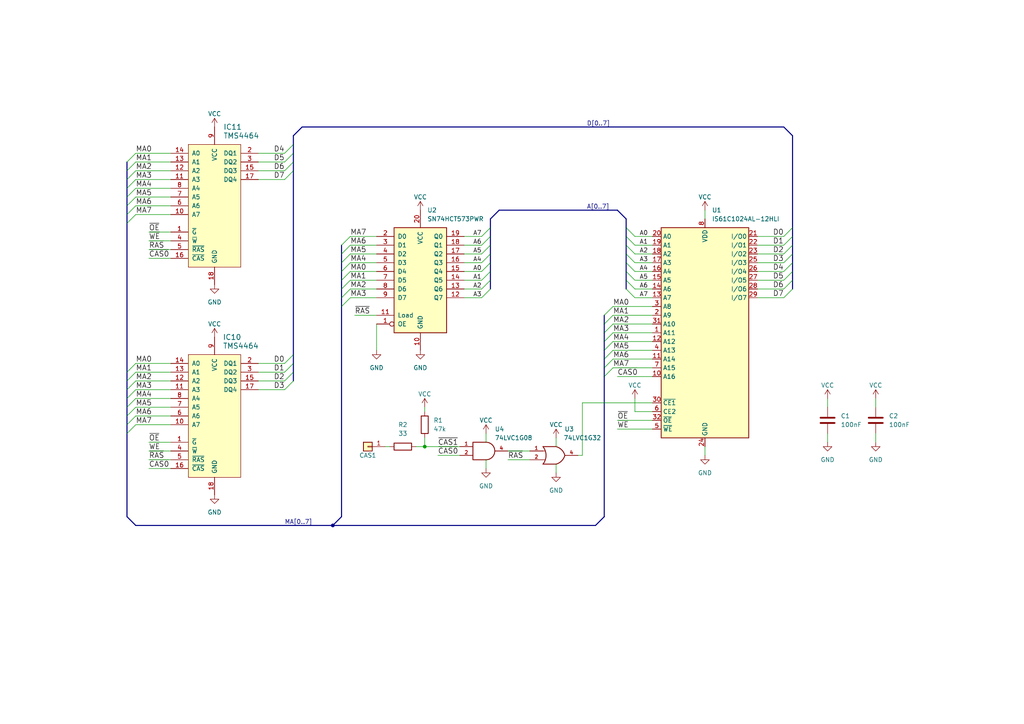
<source format=kicad_sch>
(kicad_sch (version 20231120) (generator "eeschema") (generator_version "8.0")
  (paper "A4")
  (title_block (title "GX4000-SRAM-128K") (date "2023-02-03") (rev "2.1") (comment 1 "or send a letter to Creative Commons, PO Box 1866, Mountain View, CA 94042, USA.") (comment 2 "To view a copy of this license, visit http://creativecommons.org/licenses/by-sa/4.0/") (comment 3 "Attribution-ShareAlike 4.0 International License.") (comment 4 "This work is licensed under the Creative Commons"))
  (lib_symbols
    (symbol "74xGxx:74LVC1G08" (pin_names (offset 1.016))
      (property "Reference" "U" (at -2.54 3.81 0))
      (property "Value" "74LVC1G08" (at 0 -3.81 0))
      (symbol "74LVC1G08_0_1"
        (arc (start 0 -2.54) (mid 2.529 0) (end 0 2.54) (stroke (width 0.254)))
        (polyline (pts (xy 0 -2.54) (xy -3.81 -2.54) (xy -3.81 2.54) (xy 0 2.54)) (stroke (width 0.254)))
      )
      (symbol "74LVC1G08_1_1"
        (pin input line (at -7.62 1.27 0) (length 3.81) (name "~") (number "1"))
        (pin input line (at -7.62 -1.27 0) (length 3.81) (name "~") (number "2"))
        (pin power_in line (at 0 -2.54 270) (length 0) hide (name "GND") (number "3"))
        (pin output line (at 6.35 0 180) (length 3.81) (name "~") (number "4"))
        (pin power_in line (at 0 2.54 90) (length 0) hide (name "VCC") (number "5"))
      )
    )
    (symbol "74xGxx:74LVC1G32" (pin_names (offset 1.016))
      (property "Reference" "U" (at -2.54 3.81 0))
      (property "Value" "74LVC1G32" (at 0 -3.81 0))
      (symbol "74LVC1G32_0_1"
        (arc (start -3.81 -2.54) (mid -2.919 0) (end -3.81 2.54) (stroke (width 0.254)))
        (arc (start 0 -2.54) (mid 1.5993 -1.6027) (end 2.54 0) (stroke (width 0.254)))
        (polyline (pts (xy -3.81 -1.27) (xy -3.175 -1.27)))
        (polyline (pts (xy -3.81 1.27) (xy -3.175 1.27)))
        (polyline (pts (xy 0 -2.54) (xy -3.81 -2.54)) (stroke (width 0.254)) (fill (type background)))
        (polyline (pts (xy 0 2.54) (xy -3.81 2.54)) (stroke (width 0.254)) (fill (type background)))
        (arc (start 2.54 0) (mid 1.6119 1.6152) (end 0 2.54) (stroke (width 0.254)))
      )
      (symbol "74LVC1G32_1_1"
        (pin input line (at -7.62 1.27 0) (length 3.81) (name "~") (number "1"))
        (pin input line (at -7.62 -1.27 0) (length 3.81) (name "~") (number "2"))
        (pin power_in line (at 0 -2.54 270) (length 0) hide (name "GND") (number "3"))
        (pin output line (at 6.35 0 180) (length 3.81) (name "~") (number "4"))
        (pin power_in line (at 0 2.54 90) (length 0) hide (name "VCC") (number "5"))
      )
    )
    (symbol "74xx:74LS573" (pin_names (offset 1.016))
      (property "Reference" "U" (at -7.62 16.51 0))
      (property "Value" "74LS573" (at -7.62 -16.51 0))
      (symbol "74LS573_1_0"
        (pin input inverted (at -12.7 -12.7 0) (length 5.08) (name "OE") (number "1"))
        (pin power_in line (at 0 -20.32 90) (length 5.08) (name "GND") (number "10"))
        (pin input line (at -12.7 -10.16 0) (length 5.08) (name "Load") (number "11"))
        (pin tri_state line (at 12.7 -5.08 180) (length 5.08) (name "Q7") (number "12"))
        (pin tri_state line (at 12.7 -2.54 180) (length 5.08) (name "Q6") (number "13"))
        (pin tri_state line (at 12.7 0 180) (length 5.08) (name "Q5") (number "14"))
        (pin tri_state line (at 12.7 2.54 180) (length 5.08) (name "Q4") (number "15"))
        (pin tri_state line (at 12.7 5.08 180) (length 5.08) (name "Q3") (number "16"))
        (pin tri_state line (at 12.7 7.62 180) (length 5.08) (name "Q2") (number "17"))
        (pin tri_state line (at 12.7 10.16 180) (length 5.08) (name "Q1") (number "18"))
        (pin tri_state line (at 12.7 12.7 180) (length 5.08) (name "Q0") (number "19"))
        (pin input line (at -12.7 12.7 0) (length 5.08) (name "D0") (number "2"))
        (pin power_in line (at 0 20.32 270) (length 5.08) (name "VCC") (number "20"))
        (pin input line (at -12.7 10.16 0) (length 5.08) (name "D1") (number "3"))
        (pin input line (at -12.7 7.62 0) (length 5.08) (name "D2") (number "4"))
        (pin input line (at -12.7 5.08 0) (length 5.08) (name "D3") (number "5"))
        (pin input line (at -12.7 2.54 0) (length 5.08) (name "D4") (number "6"))
        (pin input line (at -12.7 0 0) (length 5.08) (name "D5") (number "7"))
        (pin input line (at -12.7 -2.54 0) (length 5.08) (name "D6") (number "8"))
        (pin input line (at -12.7 -5.08 0) (length 5.08) (name "D7") (number "9"))
      )
      (symbol "74LS573_1_1"
        (rectangle (start -7.62 15.24) (end 7.62 -15.24) (stroke (width 0.254)) (fill (type background)))
      )
    )
    (symbol "Additionnal:IS61C1024AL-12HLI"
      (property "Reference" "U" (at -10.16 31.75 0))
      (property "Value" "IS61C1024AL-12HLI" (at 12.7 31.75 0))
      (symbol "IS61C1024AL-12HLI_0_1"
        (rectangle (start -12.7 30.48) (end 12.7 -30.48) (stroke (width 0.254)) (fill (type background)))
      )
      (symbol "IS61C1024AL-12HLI_1_1"
        (pin input line (at -15.24 0 0) (length 2.54) (name "A11") (number "1"))
        (pin input line (at -15.24 -12.7 0) (length 2.54) (name "A16") (number "10"))
        (pin input line (at -15.24 -7.62 0) (length 2.54) (name "A14") (number "11"))
        (pin input line (at -15.24 -2.54 0) (length 2.54) (name "A12") (number "12"))
        (pin input line (at -15.24 10.16 0) (length 2.54) (name "A7") (number "13"))
        (pin input line (at -15.24 12.7 0) (length 2.54) (name "A6") (number "14"))
        (pin input line (at -15.24 15.24 0) (length 2.54) (name "A5") (number "15"))
        (pin input line (at -15.24 17.78 0) (length 2.54) (name "A4") (number "16"))
        (pin input line (at -15.24 20.32 0) (length 2.54) (name "A3") (number "17"))
        (pin input line (at -15.24 22.86 0) (length 2.54) (name "A2") (number "18"))
        (pin input line (at -15.24 25.4 0) (length 2.54) (name "A1") (number "19"))
        (pin input line (at -15.24 5.08 0) (length 2.54) (name "A9") (number "2"))
        (pin input line (at -15.24 27.94 0) (length 2.54) (name "A0") (number "20"))
        (pin bidirectional line (at 15.24 27.94 180) (length 2.54) (name "I/O0") (number "21"))
        (pin bidirectional line (at 15.24 25.4 180) (length 2.54) (name "I/O1") (number "22"))
        (pin bidirectional line (at 15.24 22.86 180) (length 2.54) (name "I/O2") (number "23"))
        (pin power_in line (at 0 -33.02 90) (length 2.54) (name "GND") (number "24"))
        (pin bidirectional line (at 15.24 20.32 180) (length 2.54) (name "I/O3") (number "25"))
        (pin bidirectional line (at 15.24 17.78 180) (length 2.54) (name "I/O4") (number "26"))
        (pin bidirectional line (at 15.24 15.24 180) (length 2.54) (name "I/O5") (number "27"))
        (pin bidirectional line (at 15.24 12.7 180) (length 2.54) (name "I/O6") (number "28"))
        (pin bidirectional line (at 15.24 10.16 180) (length 2.54) (name "I/O7") (number "29"))
        (pin input line (at -15.24 7.62 0) (length 2.54) (name "A8") (number "3"))
        (pin input line (at -15.24 -20.32 0) (length 2.54) (name "~{CE1}") (number "30"))
        (pin input line (at -15.24 2.54 0) (length 2.54) (name "A10") (number "31"))
        (pin input line (at -15.24 -25.4 0) (length 2.54) (name "~{OE}") (number "32"))
        (pin input line (at -15.24 -5.08 0) (length 2.54) (name "A13") (number "4"))
        (pin input line (at -15.24 -27.94 0) (length 2.54) (name "~{WE}") (number "5"))
        (pin input line (at -15.24 -22.86 0) (length 2.54) (name "CE2") (number "6"))
        (pin input line (at -15.24 -10.16 0) (length 2.54) (name "A15") (number "7"))
        (pin power_in line (at 0 33.02 270) (length 2.54) (name "VDD") (number "8"))
        (pin no_connect line (at -15.24 -17.78 0) (length 2.54) hide (name "NC") (number "9"))
      )
    )
    (symbol "Additionnal:TMS4464" (pin_names (offset 1.016))
      (property "Reference" "U?" (at 3.81 21.59 0))
      (property "Value" "TMS4464" (at 7.62 19.05 0))
      (symbol "TMS4464_0_1"
        (rectangle (start -7.62 16.51) (end 7.62 -19.05) (fill (type background)))
      )
      (symbol "TMS4464_1_1"
        (pin output line (at -12.7 -8.89 0) (length 5.08) (name "~{G}") (number "1"))
        (pin output line (at -12.7 -3.81 0) (length 5.08) (name "A7") (number "10"))
        (pin output line (at -12.7 6.35 0) (length 5.08) (name "A3") (number "11"))
        (pin output line (at -12.7 8.89 0) (length 5.08) (name "A2") (number "12"))
        (pin output line (at -12.7 11.43 0) (length 5.08) (name "A1") (number "13"))
        (pin output line (at -12.7 13.97 0) (length 5.08) (name "A0") (number "14"))
        (pin bidirectional line (at 12.7 8.89 180) (length 5.08) (name "DQ3") (number "15"))
        (pin output line (at -12.7 -16.51 0) (length 5.08) (name "~{CAS}") (number "16"))
        (pin bidirectional line (at 12.7 6.35 180) (length 5.08) (name "DQ4") (number "17"))
        (pin power_out line (at 0 -24.13 90) (length 5.08) (name "GND") (number "18"))
        (pin bidirectional line (at 12.7 13.97 180) (length 5.08) (name "DQ1") (number "2"))
        (pin bidirectional line (at 12.7 11.43 180) (length 5.08) (name "DQ2") (number "3"))
        (pin output line (at -12.7 -11.43 0) (length 5.08) (name "~{W}") (number "4"))
        (pin output line (at -12.7 -13.97 0) (length 5.08) (name "~{RAS}") (number "5"))
        (pin output line (at -12.7 -1.27 0) (length 5.08) (name "A6") (number "6"))
        (pin output line (at -12.7 1.27 0) (length 5.08) (name "A5") (number "7"))
        (pin output line (at -12.7 3.81 0) (length 5.08) (name "A4") (number "8"))
        (pin power_out line (at 0 21.59 270) (length 5.08) (name "VCC") (number "9"))
      )
    )
    (symbol "Connector_Generic:Conn_01x01" (pin_names (offset 1.016) hide)
      (property "Reference" "J" (at 0 2.54 0))
      (property "Value" "Conn_01x01" (at 0 -2.54 0))
      (symbol "Conn_01x01_1_1"
        (rectangle (start -1.27 0.127) (end 0 -0.127) (stroke (width 0.1524)))
        (rectangle (start -1.27 1.27) (end 1.27 -1.27) (stroke (width 0.254)) (fill (type background)))
        (pin passive line (at -5.08 0 0) (length 3.81) (name "Pin_1") (number "1"))
      )
    )
    (symbol "Device:C" (pin_numbers hide) (pin_names (offset 0.254))
      (property "Reference" "C" (at 0.635 2.54 0))
      (property "Value" "C" (at 0.635 -2.54 0))
      (symbol "C_0_1"
        (polyline (pts (xy -2.032 -0.762) (xy 2.032 -0.762)) (stroke (width 0.508)))
        (polyline (pts (xy -2.032 0.762) (xy 2.032 0.762)) (stroke (width 0.508)))
      )
      (symbol "C_1_1"
        (pin passive line (at 0 3.81 270) (length 2.794) (name "~") (number "1"))
        (pin passive line (at 0 -3.81 90) (length 2.794) (name "~") (number "2"))
      )
    )
    (symbol "Device:R" (pin_numbers hide) (pin_names (offset 0))
      (property "Reference" "R" (at 2.032 0 90))
      (property "Value" "R" (at 0 0 90))
      (symbol "R_0_1"
        (rectangle (start -1.016 -2.54) (end 1.016 2.54) (stroke (width 0.254)))
      )
      (symbol "R_1_1"
        (pin passive line (at 0 3.81 270) (length 1.27) (name "~") (number "1"))
        (pin passive line (at 0 -3.81 90) (length 1.27) (name "~") (number "2"))
      )
    )
    (symbol "power:GND" (power) (pin_names (offset 0))
      (property "Value" "GND" (at 0 -3.81 0))
      (symbol "GND_0_1"
        (polyline (pts (xy 0 0) (xy 0 -1.27) (xy 1.27 -1.27) (xy 0 -2.54) (xy -1.27 -1.27) (xy 0 -1.27)))
      )
      (symbol "GND_1_1"
        (pin power_in line (at 0 0 270) (length 0) hide (name "GND") (number "1"))
      )
    )
    (symbol "power:VCC" (power) (pin_names (offset 0))
      (property "Value" "VCC" (at 0 3.81 0))
      (symbol "VCC_0_1"
        (polyline (pts (xy -0.762 1.27) (xy 0 2.54)))
        (polyline (pts (xy 0 0) (xy 0 2.54)))
        (polyline (pts (xy 0 2.54) (xy 0.762 1.27)))
      )
      (symbol "VCC_1_1"
        (pin power_in line (at 0 0 90) (length 0) hide (name "VCC") (number "1"))
      )
    )
  )
  (junction (at 123.19 129.54))
  (junction (at 96.52 152.4))
  (bus_entry (at 36.83 115.57) (size 2.54 -2.54))
  (bus_entry (at 99.06 78.74) (size 2.54 -2.54))
  (bus_entry (at 227.33 76.2) (size 2.54 -2.54))
  (bus_entry (at 227.33 81.28) (size 2.54 -2.54))
  (bus_entry (at 36.83 113.03) (size 2.54 -2.54))
  (bus_entry (at 99.06 86.36) (size 2.54 -2.54))
  (bus_entry (at 99.06 88.9) (size 2.54 -2.54))
  (bus_entry (at 99.06 76.2) (size 2.54 -2.54))
  (bus_entry (at 36.83 52.07) (size 2.54 -2.54))
  (bus_entry (at 227.33 86.36) (size 2.54 -2.54))
  (bus_entry (at 227.33 73.66) (size 2.54 -2.54))
  (bus_entry (at 36.83 57.15) (size 2.54 -2.54))
  (bus_entry (at 99.06 73.66) (size 2.54 -2.54))
  (bus_entry (at 36.83 123.19) (size 2.54 -2.54))
  (bus_entry (at 99.06 83.82) (size 2.54 -2.54))
  (bus_entry (at 36.83 46.99) (size 2.54 -2.54))
  (bus_entry (at 36.83 59.69) (size 2.54 -2.54))
  (bus_entry (at 36.83 110.49) (size 2.54 -2.54))
  (bus_entry (at 227.33 78.74) (size 2.54 -2.54))
  (bus_entry (at 227.33 83.82) (size 2.54 -2.54))
  (bus_entry (at 36.83 120.65) (size 2.54 -2.54))
  (bus_entry (at 175.26 96.52) (size 2.54 -2.54))
  (bus_entry (at 175.26 101.6) (size 2.54 -2.54))
  (bus_entry (at 175.26 99.06) (size 2.54 -2.54))
  (bus_entry (at 175.26 104.14) (size 2.54 -2.54))
  (bus_entry (at 175.26 93.98) (size 2.54 -2.54))
  (bus_entry (at 175.26 91.44) (size 2.54 -2.54))
  (bus_entry (at 175.26 106.68) (size 2.54 -2.54))
  (bus_entry (at 175.26 109.22) (size 2.54 -2.54))
  (bus_entry (at 99.06 81.28) (size 2.54 -2.54))
  (bus_entry (at 36.83 54.61) (size 2.54 -2.54))
  (bus_entry (at 36.83 107.95) (size 2.54 -2.54))
  (bus_entry (at 36.83 64.77) (size 2.54 -2.54))
  (bus_entry (at 139.7 83.82) (size 2.54 -2.54))
  (bus_entry (at 139.7 86.36) (size 2.54 -2.54))
  (bus_entry (at 181.61 81.28) (size 2.54 2.54))
  (bus_entry (at 181.61 66.04) (size 2.54 2.54))
  (bus_entry (at 139.7 68.58) (size 2.54 -2.54))
  (bus_entry (at 181.61 68.58) (size 2.54 2.54))
  (bus_entry (at 181.61 71.12) (size 2.54 2.54))
  (bus_entry (at 139.7 71.12) (size 2.54 -2.54))
  (bus_entry (at 139.7 73.66) (size 2.54 -2.54))
  (bus_entry (at 139.7 76.2) (size 2.54 -2.54))
  (bus_entry (at 139.7 78.74) (size 2.54 -2.54))
  (bus_entry (at 181.61 78.74) (size 2.54 2.54))
  (bus_entry (at 181.61 76.2) (size 2.54 2.54))
  (bus_entry (at 181.61 73.66) (size 2.54 2.54))
  (bus_entry (at 139.7 81.28) (size 2.54 -2.54))
  (bus_entry (at 36.83 125.73) (size 2.54 -2.54))
  (bus_entry (at 36.83 118.11) (size 2.54 -2.54))
  (bus_entry (at 36.83 49.53) (size 2.54 -2.54))
  (bus_entry (at 181.61 83.82) (size 2.54 2.54))
  (bus_entry (at 227.33 71.12) (size 2.54 -2.54))
  (bus_entry (at 99.06 71.12) (size 2.54 -2.54))
  (bus_entry (at 227.33 68.58) (size 2.54 -2.54))
  (bus_entry (at 82.55 49.53) (size 2.54 -2.54))
  (bus_entry (at 82.55 46.99) (size 2.54 -2.54))
  (bus_entry (at 82.55 52.07) (size 2.54 -2.54))
  (bus_entry (at 82.55 105.41) (size 2.54 -2.54))
  (bus_entry (at 82.55 44.45) (size 2.54 -2.54))
  (bus_entry (at 82.55 113.03) (size 2.54 -2.54))
  (bus_entry (at 82.55 110.49) (size 2.54 -2.54))
  (bus_entry (at 82.55 107.95) (size 2.54 -2.54))
  (bus_entry (at 36.83 62.23) (size 2.54 -2.54))
  (bus (pts (xy 229.87 71.12) (xy 229.87 73.66)))
  (bus (pts (xy 175.26 96.52) (xy 175.26 99.06)))
  (wire (pts (xy 43.18 72.39) (xy 49.53 72.39)))
  (wire (pts (xy 204.47 60.96) (xy 204.47 63.5)))
  (wire (pts (xy 39.37 107.95) (xy 49.53 107.95)))
  (wire (pts (xy 39.37 44.45) (xy 49.53 44.45)))
  (bus (pts (xy 181.61 76.2) (xy 181.61 78.74)))
  (wire (pts (xy 39.37 46.99) (xy 49.53 46.99)))
  (bus (pts (xy 142.24 71.12) (xy 142.24 73.66)))
  (wire (pts (xy 240.03 125.73) (xy 240.03 128.27)))
  (bus (pts (xy 181.61 81.28) (xy 181.61 83.82)))
  (wire (pts (xy 134.62 71.12) (xy 139.7 71.12)))
  (bus (pts (xy 144.78 60.96) (xy 142.24 63.5)))
  (bus (pts (xy 181.61 63.5) (xy 181.61 66.04)))
  (bus (pts (xy 181.61 68.58) (xy 181.61 71.12)))
  (bus (pts (xy 99.06 78.74) (xy 99.06 81.28)))
  (wire (pts (xy 43.18 133.35) (xy 49.53 133.35)))
  (bus (pts (xy 181.61 73.66) (xy 181.61 76.2)))
  (wire (pts (xy 227.33 68.58) (xy 219.71 68.58)))
  (wire (pts (xy 167.64 132.08) (xy 168.91 132.08)))
  (wire (pts (xy 109.22 93.98) (xy 109.22 101.6)))
  (wire (pts (xy 82.55 105.41) (xy 74.93 105.41)))
  (bus (pts (xy 36.83 125.73) (xy 36.83 149.86)))
  (bus (pts (xy 99.06 71.12) (xy 99.06 73.66)))
  (bus (pts (xy 175.26 149.86) (xy 172.72 152.4)))
  (wire (pts (xy 134.62 73.66) (xy 139.7 73.66)))
  (wire (pts (xy 39.37 118.11) (xy 49.53 118.11)))
  (bus (pts (xy 85.09 105.41) (xy 85.09 107.95)))
  (wire (pts (xy 140.97 133.35) (xy 140.97 135.89)))
  (wire (pts (xy 189.23 88.9) (xy 177.8 88.9)))
  (bus (pts (xy 85.09 39.37) (xy 85.09 41.91)))
  (bus (pts (xy 36.83 49.53) (xy 36.83 52.07)))
  (wire (pts (xy 189.23 104.14) (xy 177.8 104.14)))
  (bus (pts (xy 175.26 91.44) (xy 175.26 93.98)))
  (wire (pts (xy 227.33 73.66) (xy 219.71 73.66)))
  (wire (pts (xy 184.15 115.57) (xy 184.15 119.38)))
  (wire (pts (xy 39.37 54.61) (xy 49.53 54.61)))
  (wire (pts (xy 39.37 120.65) (xy 49.53 120.65)))
  (bus (pts (xy 99.06 73.66) (xy 99.06 76.2)))
  (bus (pts (xy 99.06 149.86) (xy 96.52 152.4)))
  (wire (pts (xy 189.23 99.06) (xy 177.8 99.06)))
  (wire (pts (xy 189.23 124.46) (xy 179.07 124.46)))
  (wire (pts (xy 227.33 71.12) (xy 219.71 71.12)))
  (bus (pts (xy 181.61 63.5) (xy 179.07 60.96)))
  (wire (pts (xy 189.23 76.2) (xy 184.15 76.2)))
  (bus (pts (xy 142.24 78.74) (xy 142.24 81.28)))
  (wire (pts (xy 254 115.57) (xy 254 118.11)))
  (bus (pts (xy 99.06 88.9) (xy 99.06 149.86)))
  (wire (pts (xy 189.23 81.28) (xy 184.15 81.28)))
  (bus (pts (xy 142.24 73.66) (xy 142.24 76.2)))
  (wire (pts (xy 39.37 105.41) (xy 49.53 105.41)))
  (wire (pts (xy 101.6 81.28) (xy 109.22 81.28)))
  (wire (pts (xy 227.33 86.36) (xy 219.71 86.36)))
  (bus (pts (xy 99.06 76.2) (xy 99.06 78.74)))
  (bus (pts (xy 85.09 102.87) (xy 85.09 105.41)))
  (wire (pts (xy 39.37 115.57) (xy 49.53 115.57)))
  (bus (pts (xy 229.87 81.28) (xy 229.87 83.82)))
  (wire (pts (xy 39.37 57.15) (xy 49.53 57.15)))
  (wire (pts (xy 82.55 113.03) (xy 74.93 113.03)))
  (wire (pts (xy 43.18 69.85) (xy 49.53 69.85)))
  (bus (pts (xy 36.83 149.86) (xy 39.37 152.4)))
  (wire (pts (xy 227.33 83.82) (xy 219.71 83.82)))
  (wire (pts (xy 123.19 118.11) (xy 123.19 119.38)))
  (wire (pts (xy 168.91 116.84) (xy 168.91 132.08)))
  (bus (pts (xy 142.24 66.04) (xy 142.24 68.58)))
  (bus (pts (xy 229.87 66.04) (xy 229.87 68.58)))
  (bus (pts (xy 229.87 76.2) (xy 229.87 78.74)))
  (wire (pts (xy 134.62 81.28) (xy 139.7 81.28)))
  (wire (pts (xy 82.55 107.95) (xy 74.93 107.95)))
  (wire (pts (xy 147.32 130.81) (xy 153.67 130.81)))
  (bus (pts (xy 36.83 64.77) (xy 36.83 107.95)))
  (wire (pts (xy 227.33 76.2) (xy 219.71 76.2)))
  (wire (pts (xy 147.32 133.35) (xy 153.67 133.35)))
  (bus (pts (xy 229.87 78.74) (xy 229.87 81.28)))
  (wire (pts (xy 179.07 109.22) (xy 189.23 109.22)))
  (bus (pts (xy 229.87 39.37) (xy 229.87 66.04)))
  (wire (pts (xy 189.23 106.68) (xy 177.8 106.68)))
  (bus (pts (xy 36.83 118.11) (xy 36.83 120.65)))
  (wire (pts (xy 240.03 115.57) (xy 240.03 118.11)))
  (bus (pts (xy 36.83 107.95) (xy 36.83 110.49)))
  (bus (pts (xy 36.83 120.65) (xy 36.83 123.19)))
  (wire (pts (xy 123.19 127) (xy 123.19 129.54)))
  (bus (pts (xy 85.09 46.99) (xy 85.09 49.53)))
  (wire (pts (xy 184.15 119.38) (xy 189.23 119.38)))
  (wire (pts (xy 140.97 125.73) (xy 140.97 128.27)))
  (bus (pts (xy 36.83 113.03) (xy 36.83 115.57)))
  (bus (pts (xy 99.06 86.36) (xy 99.06 88.9)))
  (wire (pts (xy 161.29 127) (xy 161.29 129.54)))
  (bus (pts (xy 175.26 109.22) (xy 175.26 149.86)))
  (wire (pts (xy 39.37 123.19) (xy 49.53 123.19)))
  (wire (pts (xy 189.23 78.74) (xy 184.15 78.74)))
  (wire (pts (xy 82.55 46.99) (xy 74.93 46.99)))
  (wire (pts (xy 82.55 44.45) (xy 74.93 44.45)))
  (bus (pts (xy 142.24 81.28) (xy 142.24 83.82)))
  (wire (pts (xy 189.23 121.92) (xy 179.07 121.92)))
  (bus (pts (xy 36.83 110.49) (xy 36.83 113.03)))
  (wire (pts (xy 189.23 86.36) (xy 184.15 86.36)))
  (bus (pts (xy 142.24 76.2) (xy 142.24 78.74)))
  (wire (pts (xy 111.76 129.54) (xy 113.03 129.54)))
  (bus (pts (xy 229.87 73.66) (xy 229.87 76.2)))
  (bus (pts (xy 175.26 93.98) (xy 175.26 96.52)))
  (wire (pts (xy 39.37 52.07) (xy 49.53 52.07)))
  (bus (pts (xy 87.63 36.83) (xy 227.33 36.83)))
  (wire (pts (xy 101.6 78.74) (xy 109.22 78.74)))
  (bus (pts (xy 36.83 62.23) (xy 36.83 64.77)))
  (wire (pts (xy 43.18 67.31) (xy 49.53 67.31)))
  (wire (pts (xy 39.37 113.03) (xy 49.53 113.03)))
  (bus (pts (xy 36.83 57.15) (xy 36.83 59.69)))
  (bus (pts (xy 175.26 101.6) (xy 175.26 104.14)))
  (wire (pts (xy 134.62 78.74) (xy 139.7 78.74)))
  (wire (pts (xy 82.55 52.07) (xy 74.93 52.07)))
  (bus (pts (xy 181.61 66.04) (xy 181.61 68.58)))
  (wire (pts (xy 43.18 128.27) (xy 49.53 128.27)))
  (bus (pts (xy 99.06 83.82) (xy 99.06 86.36)))
  (bus (pts (xy 85.09 41.91) (xy 85.09 44.45)))
  (wire (pts (xy 82.55 110.49) (xy 74.93 110.49)))
  (wire (pts (xy 101.6 71.12) (xy 109.22 71.12)))
  (wire (pts (xy 120.65 129.54) (xy 123.19 129.54)))
  (bus (pts (xy 99.06 81.28) (xy 99.06 83.82)))
  (bus (pts (xy 85.09 49.53) (xy 85.09 102.87)))
  (wire (pts (xy 189.23 73.66) (xy 184.15 73.66)))
  (wire (pts (xy 189.23 83.82) (xy 184.15 83.82)))
  (bus (pts (xy 36.83 52.07) (xy 36.83 54.61)))
  (bus (pts (xy 36.83 123.19) (xy 36.83 125.73)))
  (wire (pts (xy 127 132.08) (xy 133.35 132.08)))
  (bus (pts (xy 39.37 152.4) (xy 96.52 152.4)))
  (wire (pts (xy 39.37 49.53) (xy 49.53 49.53)))
  (wire (pts (xy 39.37 59.69) (xy 49.53 59.69)))
  (bus (pts (xy 227.33 36.83) (xy 229.87 39.37)))
  (wire (pts (xy 189.23 96.52) (xy 177.8 96.52)))
  (bus (pts (xy 144.78 60.96) (xy 179.07 60.96)))
  (bus (pts (xy 175.26 104.14) (xy 175.26 106.68)))
  (wire (pts (xy 161.29 134.62) (xy 161.29 137.16)))
  (bus (pts (xy 142.24 68.58) (xy 142.24 71.12)))
  (wire (pts (xy 39.37 62.23) (xy 49.53 62.23)))
  (bus (pts (xy 36.83 54.61) (xy 36.83 57.15)))
  (bus (pts (xy 87.63 36.83) (xy 85.09 39.37)))
  (wire (pts (xy 134.62 76.2) (xy 139.7 76.2)))
  (bus (pts (xy 85.09 44.45) (xy 85.09 46.99)))
  (bus (pts (xy 175.26 99.06) (xy 175.26 101.6)))
  (bus (pts (xy 36.83 115.57) (xy 36.83 118.11)))
  (bus (pts (xy 36.83 46.99) (xy 36.83 49.53)))
  (wire (pts (xy 101.6 73.66) (xy 109.22 73.66)))
  (wire (pts (xy 101.6 68.58) (xy 109.22 68.58)))
  (wire (pts (xy 227.33 78.74) (xy 219.71 78.74)))
  (wire (pts (xy 82.55 49.53) (xy 74.93 49.53)))
  (wire (pts (xy 189.23 101.6) (xy 177.8 101.6)))
  (wire (pts (xy 43.18 74.93) (xy 49.53 74.93)))
  (wire (pts (xy 123.19 129.54) (xy 133.35 129.54)))
  (wire (pts (xy 204.47 129.54) (xy 204.47 132.08)))
  (bus (pts (xy 181.61 71.12) (xy 181.61 73.66)))
  (wire (pts (xy 134.62 83.82) (xy 139.7 83.82)))
  (wire (pts (xy 101.6 83.82) (xy 109.22 83.82)))
  (wire (pts (xy 189.23 68.58) (xy 184.15 68.58)))
  (bus (pts (xy 96.52 152.4) (xy 172.72 152.4)))
  (wire (pts (xy 134.62 86.36) (xy 139.7 86.36)))
  (wire (pts (xy 189.23 71.12) (xy 184.15 71.12)))
  (wire (pts (xy 227.33 81.28) (xy 219.71 81.28)))
  (wire (pts (xy 39.37 110.49) (xy 49.53 110.49)))
  (bus (pts (xy 229.87 68.58) (xy 229.87 71.12)))
  (bus (pts (xy 36.83 59.69) (xy 36.83 62.23)))
  (bus (pts (xy 181.61 78.74) (xy 181.61 81.28)))
  (wire (pts (xy 101.6 76.2) (xy 109.22 76.2)))
  (wire (pts (xy 168.91 116.84) (xy 189.23 116.84)))
  (bus (pts (xy 85.09 107.95) (xy 85.09 110.49)))
  (wire (pts (xy 134.62 68.58) (xy 139.7 68.58)))
  (wire (pts (xy 189.23 91.44) (xy 177.8 91.44)))
  (wire (pts (xy 101.6 86.36) (xy 109.22 86.36)))
  (wire (pts (xy 189.23 93.98) (xy 177.8 93.98)))
  (bus (pts (xy 142.24 63.5) (xy 142.24 66.04)))
  (wire (pts (xy 102.87 91.44) (xy 109.22 91.44)))
  (wire (pts (xy 43.18 135.89) (xy 49.53 135.89)))
  (wire (pts (xy 254 125.73) (xy 254 128.27)))
  (bus (pts (xy 175.26 106.68) (xy 175.26 109.22)))
  (wire (pts (xy 43.18 130.81) (xy 49.53 130.81)))
  (label "A5" (at 187.96 81.28 180))
  (label "~{RAS}" (at 43.18 133.35 0) (effects (font (size 1.524 1.524))))
  (label "MA0" (at 39.37 44.45 0) (effects (font (size 1.524 1.524))))
  (label "MA5" (at 101.6 73.66 0) (effects (font (size 1.524 1.524))))
  (label "MA3" (at 39.37 113.03 0) (effects (font (size 1.524 1.524))))
  (label "A4" (at 139.7 76.2 180))
  (label "A2" (at 187.96 73.66 180))
  (label "D3" (at 227.33 76.2 180) (effects (font (size 1.524 1.524))))
  (label "MA3" (at 177.8 96.52 0) (effects (font (size 1.524 1.524))))
  (label "D7" (at 82.55 52.07 180) (effects (font (size 1.524 1.524))))
  (label "~{WE}" (at 43.18 130.81 0) (effects (font (size 1.524 1.524))))
  (label "~{CAS0}" (at 127 132.08 0) (effects (font (size 1.524 1.524))))
  (label "A7" (at 187.96 86.36 180))
  (label "MA1" (at 39.37 46.99 0) (effects (font (size 1.524 1.524))))
  (label "~{CAS0}" (at 179.07 109.22 0) (effects (font (size 1.524 1.524))))
  (label "MA5" (at 39.37 57.15 0) (effects (font (size 1.524 1.524))))
  (label "MA7" (at 39.37 62.23 0) (effects (font (size 1.524 1.524))))
  (label "~{RAS}" (at 147.32 133.35 0) (effects (font (size 1.524 1.524))))
  (label "MA4" (at 39.37 115.57 0) (effects (font (size 1.524 1.524))))
  (label "~{OE}" (at 179.07 121.92 0) (effects (font (size 1.524 1.524))))
  (label "MA2" (at 39.37 110.49 0) (effects (font (size 1.524 1.524))))
  (label "A1" (at 187.96 71.12 180))
  (label "A3" (at 139.7 86.36 180))
  (label "A7" (at 139.7 68.58 180))
  (label "MA3" (at 39.37 52.07 0) (effects (font (size 1.524 1.524))))
  (label "MA1" (at 177.8 91.44 0) (effects (font (size 1.524 1.524))))
  (label "D5" (at 227.33 81.28 180) (effects (font (size 1.524 1.524))))
  (label "D4" (at 82.55 44.45 180) (effects (font (size 1.524 1.524))))
  (label "MA4" (at 177.8 99.06 0) (effects (font (size 1.524 1.524))))
  (label "MA6" (at 39.37 59.69 0) (effects (font (size 1.524 1.524))))
  (label "MA5" (at 39.37 118.11 0) (effects (font (size 1.524 1.524))))
  (label "A0" (at 139.7 78.74 180))
  (label "A4" (at 187.96 78.74 180))
  (label "D1" (at 82.55 107.95 180) (effects (font (size 1.524 1.524))))
  (label "A6" (at 139.7 71.12 180))
  (label "A[0..7]" (at 170.18 60.96 0))
  (label "~{RAS}" (at 43.18 72.39 0) (effects (font (size 1.524 1.524))))
  (label "~{CAS0}" (at 43.18 74.93 0) (effects (font (size 1.524 1.524))))
  (label "~{WE}" (at 179.07 124.46 0) (effects (font (size 1.524 1.524))))
  (label "D6" (at 82.55 49.53 180) (effects (font (size 1.524 1.524))))
  (label "D2" (at 227.33 73.66 180) (effects (font (size 1.524 1.524))))
  (label "A5" (at 139.7 73.66 180))
  (label "D0" (at 82.55 105.41 180) (effects (font (size 1.524 1.524))))
  (label "MA2" (at 39.37 49.53 0) (effects (font (size 1.524 1.524))))
  (label "~{OE}" (at 43.18 128.27 0) (effects (font (size 1.524 1.524))))
  (label "A3" (at 187.96 76.2 180))
  (label "D0" (at 227.33 68.58 180) (effects (font (size 1.524 1.524))))
  (label "~{CAS0}" (at 43.18 135.89 0) (effects (font (size 1.524 1.524))))
  (label "A0" (at 187.96 68.58 180))
  (label "~{RAS}" (at 102.87 91.44 0) (effects (font (size 1.524 1.524))))
  (label "A6" (at 187.96 83.82 180))
  (label "MA0" (at 39.37 105.41 0) (effects (font (size 1.524 1.524))))
  (label "MA6" (at 39.37 120.65 0) (effects (font (size 1.524 1.524))))
  (label "MA[0..7]" (at 82.55 152.4 0))
  (label "A1" (at 139.7 81.28 180))
  (label "MA3" (at 101.6 86.36 0) (effects (font (size 1.524 1.524))))
  (label "MA6" (at 101.6 71.12 0) (effects (font (size 1.524 1.524))))
  (label "D1" (at 227.33 71.12 180) (effects (font (size 1.524 1.524))))
  (label "D6" (at 227.33 83.82 180) (effects (font (size 1.524 1.524))))
  (label "~{WE}" (at 43.18 69.85 0) (effects (font (size 1.524 1.524))))
  (label "D[0..7]" (at 170.18 36.83 0))
  (label "MA5" (at 177.8 101.6 0) (effects (font (size 1.524 1.524))))
  (label "MA7" (at 39.37 123.19 0) (effects (font (size 1.524 1.524))))
  (label "D2" (at 82.55 110.49 180) (effects (font (size 1.524 1.524))))
  (label "D3" (at 82.55 113.03 180) (effects (font (size 1.524 1.524))))
  (label "MA1" (at 101.6 81.28 0) (effects (font (size 1.524 1.524))))
  (label "D4" (at 227.33 78.74 180) (effects (font (size 1.524 1.524))))
  (label "~{CAS1}" (at 127 129.54 0) (effects (font (size 1.524 1.524))))
  (label "D5" (at 82.55 46.99 180) (effects (font (size 1.524 1.524))))
  (label "A2" (at 139.7 83.82 180))
  (label "MA6" (at 177.8 104.14 0) (effects (font (size 1.524 1.524))))
  (label "MA7" (at 101.6 68.58 0) (effects (font (size 1.524 1.524))))
  (label "D7" (at 227.33 86.36 180) (effects (font (size 1.524 1.524))))
  (label "MA7" (at 177.8 106.68 0) (effects (font (size 1.524 1.524))))
  (label "~{OE}" (at 43.18 67.31 0) (effects (font (size 1.524 1.524))))
  (label "MA2" (at 177.8 93.98 0) (effects (font (size 1.524 1.524))))
  (label "MA4" (at 101.6 76.2 0) (effects (font (size 1.524 1.524))))
  (label "MA4" (at 39.37 54.61 0) (effects (font (size 1.524 1.524))))
  (label "MA2" (at 101.6 83.82 0) (effects (font (size 1.524 1.524))))
  (label "MA0" (at 177.8 88.9 0) (effects (font (size 1.524 1.524))))
  (label "MA0" (at 101.6 78.74 0) (effects (font (size 1.524 1.524))))
  (label "MA1" (at 39.37 107.95 0) (effects (font (size 1.524 1.524))))
  (symbol (lib_id "74xGxx:74LVC1G32") (at 161.29 132.08 0) (unit 1)
    (property "Reference" "U3" (at 165.1 124.46 0))
    (property "Value" "74LVC1G32" (at 168.91 127 0))
    (property "Footprint" "Package_TO_SOT_SMD:SOT-23-5" (effects (hide yes)))
    (property "Datasheet" "http://www.ti.com/lit/sg/scyt129e/scyt129e.pdf" (effects (hide yes)))
    (property "LCSC" "C10096" (effects (hide yes)))
  )
  (symbol (lib_id "Device:C") (at 254 121.92 0) (unit 1)
    (property "Reference" "C2" (at 257.81 120.6499 0) (effects (justify left)))
    (property "Value" "100nF" (at 257.81 123.1899 0) (effects (justify left)))
    (property "Footprint" "Capacitor_SMD:C_0805_2012Metric" (effects (hide yes)))
    (property "LCSC" "C14663" (effects (hide yes)))
  )
  (symbol (lib_id "Device:R") (at 116.84 129.54 90) (unit 1)
    (property "Reference" "R2" (at 116.84 123.19 90))
    (property "Value" "33" (at 116.84 125.73 90))
    (property "Footprint" "Resistor_SMD:R_0805_2012Metric" (effects (hide yes)))
    (property "LCSC" "C17634" (effects (hide yes)))
  )
  (symbol (lib_id "Additionnal:TMS4464") (at 62.23 119.38 0) (unit 1)
    (property "Reference" "IC10" (at 67.31 97.79 0) (effects (font (size 1.524 1.524))))
    (property "Value" "TMS4464" (at 69.85 100.33 0) (effects (font (size 1.524 1.524))))
    (property "Footprint" "Housings_DIP:DIP-18_W7.62mm_LongPads" (effects (hide yes)))
  )
  (symbol (lib_id "power:GND") (at 121.92 101.6 0) (unit 1)
    (property "Reference" "#PWR0111" (effects (hide yes)))
    (property "Value" "GND" (at 121.92 106.68 0))
  )
  (symbol (lib_id "power:GND") (at 240.03 128.27 0) (unit 1)
    (property "Reference" "#PWR0107" (effects (hide yes)))
    (property "Value" "GND" (at 240.03 133.35 0))
  )
  (symbol (lib_id "power:VCC") (at 140.97 125.73 0) (unit 1)
    (property "Reference" "#PWR0118" (effects (hide yes)))
    (property "Value" "VCC" (at 140.97 121.92 0))
  )
  (symbol (lib_id "Device:R") (at 123.19 123.19 0) (unit 1)
    (property "Reference" "R1" (at 125.73 121.9199 0) (effects (justify left)))
    (property "Value" "47k" (at 125.73 124.4599 0) (effects (justify left)))
    (property "Footprint" "Resistor_SMD:R_0805_2012Metric" (effects (hide yes)))
    (property "LCSC" "C17713" (effects (hide yes)))
  )
  (symbol (lib_id "Additionnal:IS61C1024AL-12HLI") (at 204.47 96.52 0) (unit 1)
    (property "Reference" "U1" (at 206.4894 60.96 0) (effects (justify left)))
    (property "Value" "IS61C1024AL-12HLI" (at 206.4894 63.5 0) (effects (justify left)))
    (property "Footprint" "Package_SO:TSOP-I-32_11.8x8mm_P0.5mm" (effects (hide yes)))
    (property "Datasheet" "https://www.issi.com/WW/pdf/61-64C1024AL.pdf" (effects (hide yes)))
    (property "LCSC" "C1350989" (effects (hide yes)))
  )
  (symbol (lib_id "power:GND") (at 204.47 132.08 0) (unit 1)
    (property "Reference" "#PWR0103" (effects (hide yes)))
    (property "Value" "GND" (at 204.47 137.16 0))
  )
  (symbol (lib_id "power:VCC") (at 121.92 60.96 0) (unit 1)
    (property "Reference" "#PWR0110" (effects (hide yes)))
    (property "Value" "VCC" (at 121.92 57.15 0))
  )
  (symbol (lib_id "power:VCC") (at 161.29 127 0) (unit 1)
    (property "Reference" "#PWR0101" (effects (hide yes)))
    (property "Value" "VCC" (at 161.29 123.19 0))
  )
  (symbol (lib_id "power:GND") (at 109.22 101.6 0) (unit 1)
    (property "Reference" "#PWR0108" (effects (hide yes)))
    (property "Value" "GND" (at 109.22 106.68 0))
  )
  (symbol (lib_id "power:VCC") (at 204.47 60.96 0) (unit 1)
    (property "Reference" "#PWR0109" (effects (hide yes)))
    (property "Value" "VCC" (at 204.47 57.15 0))
  )
  (symbol (lib_id "power:GND") (at 254 128.27 0) (unit 1)
    (property "Reference" "#PWR0104" (effects (hide yes)))
    (property "Value" "GND" (at 254 133.35 0))
  )
  (symbol (lib_id "power:VCC") (at 240.03 115.57 0) (unit 1)
    (property "Reference" "#PWR0115" (effects (hide yes)))
    (property "Value" "VCC" (at 240.03 111.76 0))
  )
  (symbol (lib_id "power:VCC") (at 254 115.57 0) (unit 1)
    (property "Reference" "#PWR0117" (effects (hide yes)))
    (property "Value" "VCC" (at 254 111.76 0))
  )
  (symbol (lib_id "74xGxx:74LVC1G08") (at 140.97 130.81 0) (unit 1)
    (property "Reference" "U4" (at 143.51 124.46 0) (effects (justify left)))
    (property "Value" "74LVC1G08" (at 143.51 127 0) (effects (justify left)))
    (property "Footprint" "Package_TO_SOT_SMD:SOT-23-5" (effects (hide yes)))
    (property "Datasheet" "http://www.ti.com/lit/sg/scyt129e/scyt129e.pdf" (effects (hide yes)))
    (property "LCSC" "C7666" (effects (hide yes)))
  )
  (symbol (lib_id "Device:C") (at 240.03 121.92 0) (unit 1)
    (property "Reference" "C1" (at 243.84 120.6499 0) (effects (justify left)))
    (property "Value" "100nF" (at 243.84 123.1899 0) (effects (justify left)))
    (property "Footprint" "Capacitor_SMD:C_0805_2012Metric" (effects (hide yes)))
    (property "LCSC" "C14663" (effects (hide yes)))
  )
  (symbol (lib_id "power:GND") (at 161.29 137.16 0) (unit 1)
    (property "Reference" "#PWR0112" (effects (hide yes)))
    (property "Value" "GND" (at 161.29 142.24 0))
  )
  (symbol (lib_id "power:GND") (at 62.23 143.51 0) (unit 1)
    (property "Reference" "#PWR0116" (effects (hide yes)))
    (property "Value" "GND" (at 62.23 148.59 0))
  )
  (symbol (lib_id "74xx:74LS573") (at 121.92 81.28 0) (unit 1)
    (property "Reference" "U2" (at 123.9394 60.96 0) (effects (justify left)))
    (property "Value" "SN74HCT573PWR" (at 123.9394 63.5 0) (effects (justify left)))
    (property "Footprint" "Package_SO:TSSOP-20_4.4x6.5mm_P0.65mm" (effects (hide yes)))
    (property "Datasheet" "74xx/74hc573.pdf" (effects (hide yes)))
    (property "LCSC" "C141336" (effects (hide yes)))
  )
  (symbol (lib_id "Additionnal:TMS4464") (at 62.23 58.42 0) (unit 1)
    (property "Reference" "IC11" (at 64.77 36.83 0) (effects (font (size 1.524 1.524)) (justify left)))
    (property "Value" "TMS4464" (at 64.77 39.37 0) (effects (font (size 1.524 1.524)) (justify left)))
    (property "Footprint" "Housings_DIP:DIP-18_W7.62mm_LongPads" (effects (hide yes)))
  )
  (symbol (lib_id "Connector_Generic:Conn_01x01") (at 106.68 129.54 180) (unit 1)
    (property "Reference" "CAS1" (at 106.68 132.08 0))
    (property "Value" "Conn_01x01" (effects (hide yes)))
    (property "Footprint" "Connector_Pin:Pin_D0.7mm_L6.5mm_W1.8mm_FlatFork" (effects (hide yes)))
  )
  (symbol (lib_id "power:GND") (at 140.97 135.89 0) (unit 1)
    (property "Reference" "#PWR0102" (effects (hide yes)))
    (property "Value" "GND" (at 140.97 140.97 0))
  )
  (symbol (lib_id "power:VCC") (at 184.15 115.57 0) (unit 1)
    (property "Reference" "#PWR0113" (effects (hide yes)))
    (property "Value" "VCC" (at 184.15 111.76 0))
  )
  (symbol (lib_id "power:GND") (at 62.23 82.55 0) (unit 1)
    (property "Reference" "#PWR0114" (effects (hide yes)))
    (property "Value" "GND" (at 62.23 87.63 0))
  )
  (symbol (lib_id "power:VCC") (at 62.23 97.79 0) (unit 1)
    (property "Reference" "#PWR0106" (effects (hide yes)))
    (property "Value" "VCC" (at 62.23 93.98 0))
  )
  (symbol (lib_id "power:VCC") (at 62.23 36.83 0) (unit 1)
    (property "Reference" "#PWR0105" (effects (hide yes)))
    (property "Value" "VCC" (at 62.23 33.02 0))
  )
  (symbol (lib_id "power:VCC") (at 123.19 118.11 0) (unit 1)
    (property "Reference" "#PWR?" (effects (hide yes)))
    (property "Value" "VCC" (at 123.19 114.3 0))
  )
)
</source>
